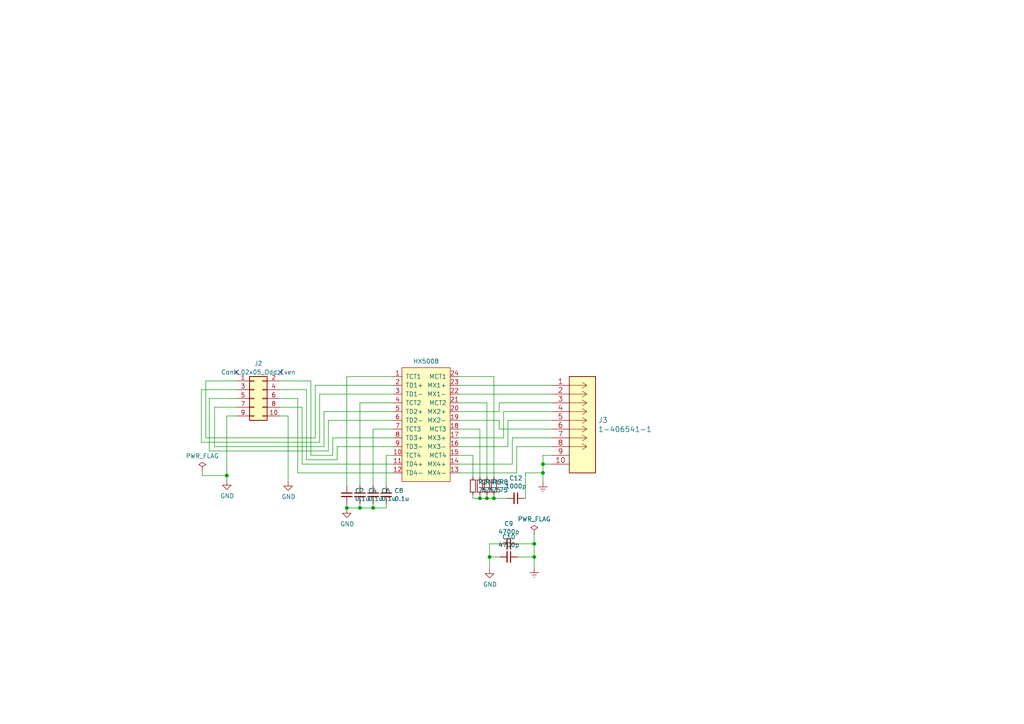
<source format=kicad_sch>
(kicad_sch (version 20230121) (generator eeschema)
  (paper "A4")
  (title_block (title "Colorlight i5 Ethernet adaptor") (rev "0.0"))
  (lib_symbols
    (symbol "Connector_Generic:Conn_02x05_Odd_Even" (pin_names (offset 1.016) hide)
      (property "Reference" "J" (at 1.27 7.62 0))
      (property "Value" "Conn_02x05_Odd_Even" (at 1.27 -7.62 0))
      (symbol "Conn_02x05_Odd_Even_1_1"
        (rectangle (start -1.27 -4.953) (end 0 -5.207) (stroke (width 0.1524)))
        (rectangle (start -1.27 -2.413) (end 0 -2.667) (stroke (width 0.1524)))
        (rectangle (start -1.27 0.127) (end 0 -0.127) (stroke (width 0.1524)))
        (rectangle (start -1.27 2.667) (end 0 2.413) (stroke (width 0.1524)))
        (rectangle (start -1.27 5.207) (end 0 4.953) (stroke (width 0.1524)))
        (rectangle (start -1.27 6.35) (end 3.81 -6.35) (stroke (width 0.254)) (fill (type background)))
        (rectangle (start 3.81 -4.953) (end 2.54 -5.207) (stroke (width 0.1524)))
        (rectangle (start 3.81 -2.413) (end 2.54 -2.667) (stroke (width 0.1524)))
        (rectangle (start 3.81 0.127) (end 2.54 -0.127) (stroke (width 0.1524)))
        (rectangle (start 3.81 2.667) (end 2.54 2.413) (stroke (width 0.1524)))
        (rectangle (start 3.81 5.207) (end 2.54 4.953) (stroke (width 0.1524)))
        (pin passive line (at -5.08 5.08 0) (length 3.81) (name "Pin_1") (number "1"))
        (pin passive line (at 7.62 -5.08 180) (length 3.81) (name "Pin_10") (number "10"))
        (pin passive line (at 7.62 5.08 180) (length 3.81) (name "Pin_2") (number "2"))
        (pin passive line (at -5.08 2.54 0) (length 3.81) (name "Pin_3") (number "3"))
        (pin passive line (at 7.62 2.54 180) (length 3.81) (name "Pin_4") (number "4"))
        (pin passive line (at -5.08 0 0) (length 3.81) (name "Pin_5") (number "5"))
        (pin passive line (at 7.62 0 180) (length 3.81) (name "Pin_6") (number "6"))
        (pin passive line (at -5.08 -2.54 0) (length 3.81) (name "Pin_7") (number "7"))
        (pin passive line (at 7.62 -2.54 180) (length 3.81) (name "Pin_8") (number "8"))
        (pin passive line (at -5.08 -5.08 0) (length 3.81) (name "Pin_9") (number "9"))
      )
    )
    (symbol "Device:C_Small" (pin_numbers hide) (pin_names (offset 0.254) hide)
      (property "Reference" "C" (at 0.254 1.778 0))
      (property "Value" "C_Small" (at 0.254 -2.032 0))
      (symbol "C_Small_0_1"
        (polyline (pts (xy -1.524 -0.508) (xy 1.524 -0.508)) (stroke (width 0.3302)))
        (polyline (pts (xy -1.524 0.508) (xy 1.524 0.508)) (stroke (width 0.3048)))
      )
      (symbol "C_Small_1_1"
        (pin passive line (at 0 2.54 270) (length 2.032) (name "~") (number "1"))
        (pin passive line (at 0 -2.54 90) (length 2.032) (name "~") (number "2"))
      )
    )
    (symbol "Device:R_Small" (pin_numbers hide) (pin_names (offset 0.254) hide)
      (property "Reference" "R" (at 0.762 0.508 0))
      (property "Value" "R_Small" (at 0.762 -1.016 0))
      (symbol "R_Small_0_1"
        (rectangle (start -0.762 1.778) (end 0.762 -1.778) (stroke (width 0.2032)))
      )
      (symbol "R_Small_1_1"
        (pin passive line (at 0 2.54 270) (length 0.762) (name "~") (number "1"))
        (pin passive line (at 0 -2.54 90) (length 0.762) (name "~") (number "2"))
      )
    )
    (symbol "HX5008:HX5008" (pin_names (offset 1.016))
      (property "Reference" "T" (at -6.35 16.51 0))
      (property "Value" "HX5008" (at 0 16.51 0))
      (symbol "HX5008_0_1"
        (rectangle (start -7.62 -19.05) (end 6.35 13.97) (fill (type background)))
      )
      (symbol "HX5008_1_1"
        (pin input line (at -10.16 11.43 0) (length 2.54) (name "TCT1") (number "1"))
        (pin input line (at -10.16 -11.43 0) (length 2.54) (name "TCT4") (number "10"))
        (pin input line (at -10.16 -13.97 0) (length 2.54) (name "TD4+") (number "11"))
        (pin input line (at -10.16 -16.51 0) (length 2.54) (name "TD4-") (number "12"))
        (pin input line (at 8.89 -16.51 180) (length 2.54) (name "MX4-") (number "13"))
        (pin input line (at 8.89 -13.97 180) (length 2.54) (name "MX4+") (number "14"))
        (pin input line (at 8.89 -11.43 180) (length 2.54) (name "MCT4") (number "15"))
        (pin input line (at 8.89 -8.89 180) (length 2.54) (name "MX3-") (number "16"))
        (pin input line (at 8.89 -6.35 180) (length 2.54) (name "MX3+") (number "17"))
        (pin input line (at 8.89 -3.81 180) (length 2.54) (name "MCT3") (number "18"))
        (pin input line (at 8.89 -1.27 180) (length 2.54) (name "MX2-") (number "19"))
        (pin input line (at -10.16 8.89 0) (length 2.54) (name "TD1+") (number "2"))
        (pin input line (at 8.89 1.27 180) (length 2.54) (name "MX2+") (number "20"))
        (pin input line (at 8.89 3.81 180) (length 2.54) (name "MCT2") (number "21"))
        (pin input line (at 8.89 6.35 180) (length 2.54) (name "MX1-") (number "22"))
        (pin input line (at 8.89 8.89 180) (length 2.54) (name "MX1+") (number "23"))
        (pin input line (at 8.89 11.43 180) (length 2.54) (name "MCT1") (number "24"))
        (pin input line (at -10.16 6.35 0) (length 2.54) (name "TD1-") (number "3"))
        (pin input line (at -10.16 3.81 0) (length 2.54) (name "TCT2") (number "4"))
        (pin input line (at -10.16 1.27 0) (length 2.54) (name "TD2+") (number "5"))
        (pin input line (at -10.16 -1.27 0) (length 2.54) (name "TD2-") (number "6"))
        (pin input line (at -10.16 -3.81 0) (length 2.54) (name "TCT3") (number "7"))
        (pin input line (at -10.16 -6.35 0) (length 2.54) (name "TD3+") (number "8"))
        (pin input line (at -10.16 -8.89 0) (length 2.54) (name "TD3-") (number "9"))
      )
    )
    (symbol "MJ406541:1-406541-1" (pin_names (offset 0.254) hide)
      (property "Reference" "J" (at 8.89 6.35 0))
      (property "Value" "1-406541-1" (at 10.16 -10.16 0))
      (symbol "1-406541-1_0_1"
        (rectangle (start 12.7 -25.4) (end 5.08 2.54) (stroke (width 0.2032)) (fill (type background)))
      )
      (symbol "1-406541-1_1_1"
        (polyline (pts (xy 5.08 -25.4) (xy 12.7 -25.4)) (stroke (width 0.127)))
        (polyline (pts (xy 5.08 2.54) (xy 5.08 -25.4)) (stroke (width 0.127)))
        (polyline (pts (xy 10.16 -17.78) (xy 5.08 -17.78)) (stroke (width 0.127)))
        (polyline (pts (xy 10.16 -17.78) (xy 8.89 -18.6182)) (stroke (width 0.127)))
        (polyline (pts (xy 10.16 -17.78) (xy 8.89 -16.9418)) (stroke (width 0.127)))
        (polyline (pts (xy 10.16 -15.24) (xy 5.08 -15.24)) (stroke (width 0.127)))
        (polyline (pts (xy 10.16 -15.24) (xy 8.89 -16.0782)) (stroke (width 0.127)))
        (polyline (pts (xy 10.16 -15.24) (xy 8.89 -14.4018)) (stroke (width 0.127)))
        (polyline (pts (xy 10.16 -12.7) (xy 5.08 -12.7)) (stroke (width 0.127)))
        (polyline (pts (xy 10.16 -12.7) (xy 8.89 -13.5382)) (stroke (width 0.127)))
        (polyline (pts (xy 10.16 -12.7) (xy 8.89 -11.8618)) (stroke (width 0.127)))
        (polyline (pts (xy 10.16 -10.16) (xy 5.08 -10.16)) (stroke (width 0.127)))
        (polyline (pts (xy 10.16 -10.16) (xy 8.89 -10.9982)) (stroke (width 0.127)))
        (polyline (pts (xy 10.16 -10.16) (xy 8.89 -9.3218)) (stroke (width 0.127)))
        (polyline (pts (xy 10.16 -7.62) (xy 5.08 -7.62)) (stroke (width 0.127)))
        (polyline (pts (xy 10.16 -7.62) (xy 8.89 -8.4582)) (stroke (width 0.127)))
        (polyline (pts (xy 10.16 -7.62) (xy 8.89 -6.7818)) (stroke (width 0.127)))
        (polyline (pts (xy 10.16 -5.08) (xy 5.08 -5.08)) (stroke (width 0.127)))
        (polyline (pts (xy 10.16 -5.08) (xy 8.89 -5.9182)) (stroke (width 0.127)))
        (polyline (pts (xy 10.16 -5.08) (xy 8.89 -4.2418)) (stroke (width 0.127)))
        (polyline (pts (xy 10.16 -2.54) (xy 5.08 -2.54)) (stroke (width 0.127)))
        (polyline (pts (xy 10.16 -2.54) (xy 8.89 -3.3782)) (stroke (width 0.127)))
        (polyline (pts (xy 10.16 -2.54) (xy 8.89 -1.7018)) (stroke (width 0.127)))
        (polyline (pts (xy 10.16 0) (xy 5.08 0)) (stroke (width 0.127)))
        (polyline (pts (xy 10.16 0) (xy 8.89 -0.8382)) (stroke (width 0.127)))
        (polyline (pts (xy 10.16 0) (xy 8.89 0.8382)) (stroke (width 0.127)))
        (polyline (pts (xy 12.7 -25.4) (xy 12.7 2.54)) (stroke (width 0.127)))
        (polyline (pts (xy 12.7 2.54) (xy 5.08 2.54)) (stroke (width 0.127)))
        (pin output line (at 0 0 0) (length 5.08) (name "1") (number "1"))
        (pin input line (at 0 -22.86 0) (length 5.08) (name "SHIELD") (number "10"))
        (pin output line (at 0 -2.54 0) (length 5.08) (name "2") (number "2"))
        (pin output line (at 0 -5.08 0) (length 5.08) (name "3") (number "3"))
        (pin output line (at 0 -7.62 0) (length 5.08) (name "4") (number "4"))
        (pin output line (at 0 -10.16 0) (length 5.08) (name "5") (number "5"))
        (pin output line (at 0 -12.7 0) (length 5.08) (name "6") (number "6"))
        (pin output line (at 0 -15.24 0) (length 5.08) (name "7") (number "7"))
        (pin output line (at 0 -17.78 0) (length 5.08) (name "8") (number "8"))
        (pin input line (at 0 -20.32 0) (length 5.08) (name "SHIELD") (number "9"))
      )
    )
    (symbol "power:Earth" (power) (pin_names (offset 0))
      (symbol "Earth_0_1"
        (polyline (pts (xy -0.635 -1.905) (xy 0.635 -1.905)))
        (polyline (pts (xy -0.127 -2.54) (xy 0.127 -2.54)))
        (polyline (pts (xy 0 -1.27) (xy 0 0)))
        (polyline (pts (xy 1.27 -1.27) (xy -1.27 -1.27)))
      )
      (symbol "Earth_1_1"
        (pin power_in line (at 0 0 270) (length 0) hide (name "Earth") (number "1"))
      )
    )
    (symbol "power:GND" (power) (pin_names (offset 0))
      (property "Value" "GND" (at 0 -3.81 0))
      (symbol "GND_0_1"
        (polyline (pts (xy 0 0) (xy 0 -1.27) (xy 1.27 -1.27) (xy 0 -2.54) (xy -1.27 -1.27) (xy 0 -1.27)))
      )
      (symbol "GND_1_1"
        (pin power_in line (at 0 0 270) (length 0) hide (name "GND") (number "1"))
      )
    )
    (symbol "power:PWR_FLAG" (power) (pin_numbers hide) (pin_names (offset 0) hide)
      (property "Value" "PWR_FLAG" (at 0 3.81 0))
      (symbol "PWR_FLAG_0_0"
        (pin power_out line (at 0 0 90) (length 0) (name "pwr") (number "1"))
      )
      (symbol "PWR_FLAG_0_1"
        (polyline (pts (xy 0 0) (xy 0 1.27) (xy -1.016 1.905) (xy 0 2.54) (xy 1.016 1.905) (xy 0 1.27)))
      )
    )
  )
  (junction (at 104.394 147.32))
  (junction (at 100.584 147.32))
  (junction (at 154.94 161.544))
  (junction (at 65.786 137.922))
  (junction (at 154.94 157.734))
  (junction (at 108.204 147.32))
  (junction (at 143.256 144.526))
  (junction (at 157.48 137.16))
  (junction (at 157.48 134.62))
  (junction (at 141.986 161.544))
  (junction (at 139.192 144.526))
  (junction (at 141.224 144.526))
  (no_connect (at 81.28 107.95))
  (no_connect (at 68.58 107.95))
  (wire (pts (xy 143.256 143.51) (xy 143.256 144.526)))
  (wire (pts (xy 137.16 143.51) (xy 137.16 144.526)))
  (wire (pts (xy 87.63 134.62) (xy 114.046 134.62)))
  (wire (pts (xy 143.256 144.526) (xy 147.066 144.526)))
  (wire (pts (xy 157.48 134.62) (xy 157.48 137.16)))
  (wire (pts (xy 92.71 128.27) (xy 92.71 114.3)))
  (wire (pts (xy 112.014 146.05) (xy 112.014 147.32)))
  (wire (pts (xy 104.394 146.05) (xy 104.394 147.32)))
  (wire (pts (xy 60.706 130.81) (xy 60.706 115.57)))
  (wire (pts (xy 144.78 116.84) (xy 160.02 116.84)))
  (wire (pts (xy 58.674 137.922) (xy 65.786 137.922)))
  (wire (pts (xy 59.69 127) (xy 91.44 127)))
  (wire (pts (xy 144.78 124.46) (xy 160.02 124.46)))
  (wire (pts (xy 133.096 111.76) (xy 160.02 111.76)))
  (wire (pts (xy 68.58 120.65) (xy 65.786 120.65)))
  (wire (pts (xy 133.096 124.46) (xy 139.192 124.46)))
  (wire (pts (xy 133.096 137.16) (xy 149.86 137.16)))
  (wire (pts (xy 97.79 129.54) (xy 114.046 129.54)))
  (wire (pts (xy 139.192 143.51) (xy 139.192 144.526)))
  (wire (pts (xy 133.096 132.08) (xy 137.16 132.08)))
  (wire (pts (xy 114.046 121.92) (xy 95.25 121.92)))
  (wire (pts (xy 160.02 134.62) (xy 157.48 134.62)))
  (wire (pts (xy 152.4 144.526) (xy 152.4 137.16)))
  (wire (pts (xy 81.28 118.11) (xy 87.63 118.11)))
  (wire (pts (xy 88.9 133.35) (xy 97.79 133.35)))
  (wire (pts (xy 133.096 134.62) (xy 148.59 134.62)))
  (wire (pts (xy 141.224 143.51) (xy 141.224 144.526)))
  (wire (pts (xy 147.32 129.54) (xy 147.32 121.92)))
  (wire (pts (xy 108.204 124.46) (xy 108.204 140.97)))
  (wire (pts (xy 150.114 161.544) (xy 154.94 161.544)))
  (wire (pts (xy 58.42 128.27) (xy 92.71 128.27)))
  (wire (pts (xy 90.17 110.49) (xy 90.17 132.08)))
  (wire (pts (xy 90.17 132.08) (xy 96.52 132.08)))
  (wire (pts (xy 65.786 120.65) (xy 65.786 137.922)))
  (wire (pts (xy 58.42 113.03) (xy 58.42 128.27)))
  (wire (pts (xy 144.78 121.92) (xy 144.78 124.46)))
  (wire (pts (xy 81.28 110.49) (xy 90.17 110.49)))
  (wire (pts (xy 108.204 146.05) (xy 108.204 147.32)))
  (wire (pts (xy 91.44 127) (xy 91.44 111.76)))
  (wire (pts (xy 88.9 113.03) (xy 88.9 133.35)))
  (wire (pts (xy 141.986 161.544) (xy 141.986 165.1)))
  (wire (pts (xy 154.94 154.94) (xy 154.94 157.734)))
  (wire (pts (xy 95.25 121.92) (xy 95.25 130.81)))
  (wire (pts (xy 133.096 109.22) (xy 143.256 109.22)))
  (wire (pts (xy 100.584 109.22) (xy 100.584 140.97)))
  (wire (pts (xy 149.86 137.16) (xy 149.86 129.54)))
  (wire (pts (xy 146.05 119.38) (xy 160.02 119.38)))
  (wire (pts (xy 100.584 147.32) (xy 100.584 146.05)))
  (wire (pts (xy 92.71 114.3) (xy 114.046 114.3)))
  (wire (pts (xy 81.28 115.57) (xy 86.36 115.57)))
  (wire (pts (xy 114.046 124.46) (xy 108.204 124.46)))
  (wire (pts (xy 137.16 132.08) (xy 137.16 138.43)))
  (wire (pts (xy 139.192 144.526) (xy 141.224 144.526)))
  (wire (pts (xy 139.192 124.46) (xy 139.192 138.43)))
  (wire (pts (xy 144.78 119.38) (xy 144.78 116.84)))
  (wire (pts (xy 157.48 137.16) (xy 157.48 139.954)))
  (wire (pts (xy 160.02 114.3) (xy 133.096 114.3)))
  (wire (pts (xy 145.034 157.734) (xy 141.986 157.734)))
  (wire (pts (xy 104.394 140.97) (xy 104.394 116.84)))
  (wire (pts (xy 97.79 133.35) (xy 97.79 129.54)))
  (wire (pts (xy 108.204 147.32) (xy 104.394 147.32)))
  (wire (pts (xy 141.224 116.84) (xy 133.096 116.84)))
  (wire (pts (xy 150.114 157.734) (xy 154.94 157.734)))
  (wire (pts (xy 157.48 132.08) (xy 157.48 134.62)))
  (wire (pts (xy 112.014 147.32) (xy 108.204 147.32)))
  (wire (pts (xy 96.52 127) (xy 114.046 127)))
  (wire (pts (xy 62.23 118.11) (xy 68.58 118.11)))
  (wire (pts (xy 93.98 129.54) (xy 93.98 119.38)))
  (wire (pts (xy 104.394 147.32) (xy 100.584 147.32)))
  (wire (pts (xy 149.86 129.54) (xy 160.02 129.54)))
  (wire (pts (xy 93.98 119.38) (xy 114.046 119.38)))
  (wire (pts (xy 133.096 121.92) (xy 144.78 121.92)))
  (wire (pts (xy 59.69 110.49) (xy 59.69 127)))
  (wire (pts (xy 83.566 120.65) (xy 83.566 139.7)))
  (wire (pts (xy 96.52 132.08) (xy 96.52 127)))
  (wire (pts (xy 62.23 129.54) (xy 93.98 129.54)))
  (wire (pts (xy 148.59 127) (xy 160.02 127)))
  (wire (pts (xy 152.4 137.16) (xy 157.48 137.16)))
  (wire (pts (xy 81.28 120.65) (xy 83.566 120.65)))
  (wire (pts (xy 112.014 132.08) (xy 112.014 140.97)))
  (wire (pts (xy 58.42 113.03) (xy 68.58 113.03)))
  (wire (pts (xy 114.046 109.22) (xy 100.584 109.22)))
  (wire (pts (xy 148.59 134.62) (xy 148.59 127)))
  (wire (pts (xy 86.36 115.57) (xy 86.36 137.16)))
  (wire (pts (xy 160.02 132.08) (xy 157.48 132.08)))
  (wire (pts (xy 58.674 136.652) (xy 58.674 137.922)))
  (wire (pts (xy 133.096 127) (xy 146.05 127)))
  (wire (pts (xy 141.224 138.43) (xy 141.224 116.84)))
  (wire (pts (xy 143.256 109.22) (xy 143.256 138.43)))
  (wire (pts (xy 146.05 127) (xy 146.05 119.38)))
  (wire (pts (xy 62.23 118.11) (xy 62.23 129.54)))
  (wire (pts (xy 133.096 119.38) (xy 144.78 119.38)))
  (wire (pts (xy 87.63 118.11) (xy 87.63 134.62)))
  (wire (pts (xy 91.44 111.76) (xy 114.046 111.76)))
  (wire (pts (xy 95.25 130.81) (xy 60.706 130.81)))
  (wire (pts (xy 86.36 137.16) (xy 114.046 137.16)))
  (wire (pts (xy 141.986 157.734) (xy 141.986 161.544)))
  (wire (pts (xy 100.584 147.574) (xy 100.584 147.32)))
  (wire (pts (xy 154.94 161.544) (xy 154.94 164.846)))
  (wire (pts (xy 147.32 121.92) (xy 160.02 121.92)))
  (wire (pts (xy 133.096 129.54) (xy 147.32 129.54)))
  (wire (pts (xy 137.16 144.526) (xy 139.192 144.526)))
  (wire (pts (xy 114.046 132.08) (xy 112.014 132.08)))
  (wire (pts (xy 60.706 115.57) (xy 68.58 115.57)))
  (wire (pts (xy 59.69 110.49) (xy 68.58 110.49)))
  (wire (pts (xy 154.94 157.734) (xy 154.94 161.544)))
  (wire (pts (xy 145.034 161.544) (xy 141.986 161.544)))
  (wire (pts (xy 65.786 137.922) (xy 65.786 139.446)))
  (wire (pts (xy 141.224 144.526) (xy 143.256 144.526)))
  (wire (pts (xy 81.28 113.03) (xy 88.9 113.03)))
  (wire (pts (xy 104.394 116.84) (xy 114.046 116.84)))
  (wire (pts (xy 152.146 144.526) (xy 152.4 144.526)))
  (symbol (lib_id "HX5008:HX5008") (at 124.206 120.65 0) (unit 1)
    (property "Reference" "T2" (effects hide))
    (property "Value" "HX5008" (at 123.571 104.8004 0))
    (property "Footprint" "HX5008:HX5008NL" (effects hide))
  )
  (symbol (lib_id "power:GND") (at 65.786 139.446 0) (unit 1)
    (property "Reference" "#PWR01" (effects hide))
    (property "Value" "GND" (at 65.913 143.8402 0))
  )
  (symbol (lib_id "power:GND") (at 83.566 139.7 0) (unit 1)
    (property "Reference" "#PWR02" (effects hide))
    (property "Value" "GND" (at 83.693 144.0942 0))
  )
  (symbol (lib_id "Device:C_Small") (at 100.584 143.51 0) (unit 1)
    (property "Reference" "C2" (at 102.9208 142.3416 0) (effects (justify left)))
    (property "Value" "0.1u" (at 102.9208 144.653 0) (effects (justify left)))
    (property "Footprint" "Capacitor_SMD:C_0402_1005Metric" (effects hide))
  )
  (symbol (lib_id "Device:C_Small") (at 104.394 143.51 0) (unit 1)
    (property "Reference" "C4" (at 106.7308 142.3416 0) (effects (justify left)))
    (property "Value" "0.1u" (at 106.7308 144.653 0) (effects (justify left)))
    (property "Footprint" "Capacitor_SMD:C_0402_1005Metric" (effects hide))
  )
  (symbol (lib_id "Device:C_Small") (at 108.204 143.51 0) (unit 1)
    (property "Reference" "C6" (at 110.5408 142.3416 0) (effects (justify left)))
    (property "Value" "0.1u" (at 110.5408 144.653 0) (effects (justify left)))
    (property "Footprint" "Capacitor_SMD:C_0402_1005Metric" (effects hide))
  )
  (symbol (lib_id "Device:C_Small") (at 112.014 143.51 0) (unit 1)
    (property "Reference" "C8" (at 114.3508 142.3416 0) (effects (justify left)))
    (property "Value" "0.1u" (at 114.3508 144.653 0) (effects (justify left)))
    (property "Footprint" "Capacitor_SMD:C_0402_1005Metric" (effects hide))
  )
  (symbol (lib_id "power:GND") (at 100.584 147.574 0) (unit 1)
    (property "Reference" "#PWR04" (effects hide))
    (property "Value" "GND" (at 100.711 151.9682 0))
  )
  (symbol (lib_id "MJ406541:1-406541-1") (at 160.02 111.76 0) (unit 1)
    (property "Reference" "J3" (at 173.4312 121.8438 0) (effects (font (size 1.524 1.524)) (justify left)))
    (property "Value" "1-406541-1" (at 173.4312 124.5362 0) (effects (font (size 1.524 1.524)) (justify left)))
    (property "Footprint" "MJ406541:1-406541-1" (effects hide))
  )
  (symbol (lib_id "power:Earth") (at 157.48 139.954 0) (unit 1)
    (property "Reference" "#PWR08" (effects hide))
    (property "Value" "Earth" (effects hide))
  )
  (symbol (lib_id "Device:R_Small") (at 137.16 140.97 0) (unit 1)
    (property "Reference" "R2" (at 138.6586 139.8016 0) (effects (justify left)))
    (property "Value" "75" (at 138.6586 142.113 0) (effects (justify left)))
    (property "Footprint" "Resistor_SMD:R_0402_1005Metric" (effects hide))
  )
  (symbol (lib_id "Device:R_Small") (at 139.192 140.97 0) (unit 1)
    (property "Reference" "R4" (at 140.6906 139.8016 0) (effects (justify left)))
    (property "Value" "75" (at 140.6906 142.113 0) (effects (justify left)))
    (property "Footprint" "Resistor_SMD:R_0402_1005Metric" (effects hide))
  )
  (symbol (lib_id "Device:R_Small") (at 141.224 140.97 0) (unit 1)
    (property "Reference" "R6" (at 142.7226 139.8016 0) (effects (justify left)))
    (property "Value" "75" (at 142.7226 142.113 0) (effects (justify left)))
    (property "Footprint" "Resistor_SMD:R_0402_1005Metric" (effects hide))
  )
  (symbol (lib_id "Device:R_Small") (at 143.256 140.97 0) (unit 1)
    (property "Reference" "R8" (at 144.7546 139.8016 0) (effects (justify left)))
    (property "Value" "75" (at 144.7546 142.113 0) (effects (justify left)))
    (property "Footprint" "Resistor_SMD:R_0402_1005Metric" (effects hide))
  )
  (symbol (lib_id "Device:C_Small") (at 149.606 144.526 270) (unit 1)
    (property "Reference" "C12" (at 149.606 138.7094 90))
    (property "Value" "1000p" (at 149.606 141.0208 90))
    (property "Footprint" "Capacitor_SMD:C_0402_1005Metric" (effects hide))
  )
  (symbol (lib_id "Device:C_Small") (at 147.574 157.734 270) (unit 1)
    (property "Reference" "C9" (at 147.574 151.9174 90))
    (property "Value" "4700p" (at 147.574 154.2288 90))
    (property "Footprint" "Resistor_SMD:R_1812_4532Metric" (effects hide))
  )
  (symbol (lib_id "power:Earth") (at 154.94 164.846 0) (unit 1)
    (property "Reference" "#PWR06" (effects hide))
    (property "Value" "Earth" (effects hide))
  )
  (symbol (lib_id "power:GND") (at 141.986 165.1 0) (unit 1)
    (property "Reference" "#PWR05" (effects hide))
    (property "Value" "GND" (at 142.113 169.4942 0))
  )
  (symbol (lib_id "power:PWR_FLAG") (at 154.94 154.94 0) (unit 1)
    (property "Reference" "#FLG02" (effects hide))
    (property "Value" "PWR_FLAG" (at 154.94 150.5458 0))
  )
  (symbol (lib_id "power:PWR_FLAG") (at 58.674 136.652 0) (unit 1)
    (property "Reference" "#FLG01" (effects hide))
    (property "Value" "PWR_FLAG" (at 58.674 132.2578 0))
  )
  (symbol (lib_id "Device:C_Small") (at 147.574 161.544 270) (unit 1)
    (property "Reference" "C10" (at 147.574 155.7274 90))
    (property "Value" "4700p" (at 147.574 158.0388 90))
    (property "Footprint" "Resistor_SMD:R_1812_4532Metric" (effects hide))
  )
  (symbol (lib_id "Connector_Generic:Conn_02x05_Odd_Even") (at 73.66 115.57 0) (unit 1)
    (property "Reference" "J2" (at 74.93 105.41 0))
    (property "Value" "Conn_02x05_Odd_Even" (at 74.93 107.95 0))
  )
)
</source>
